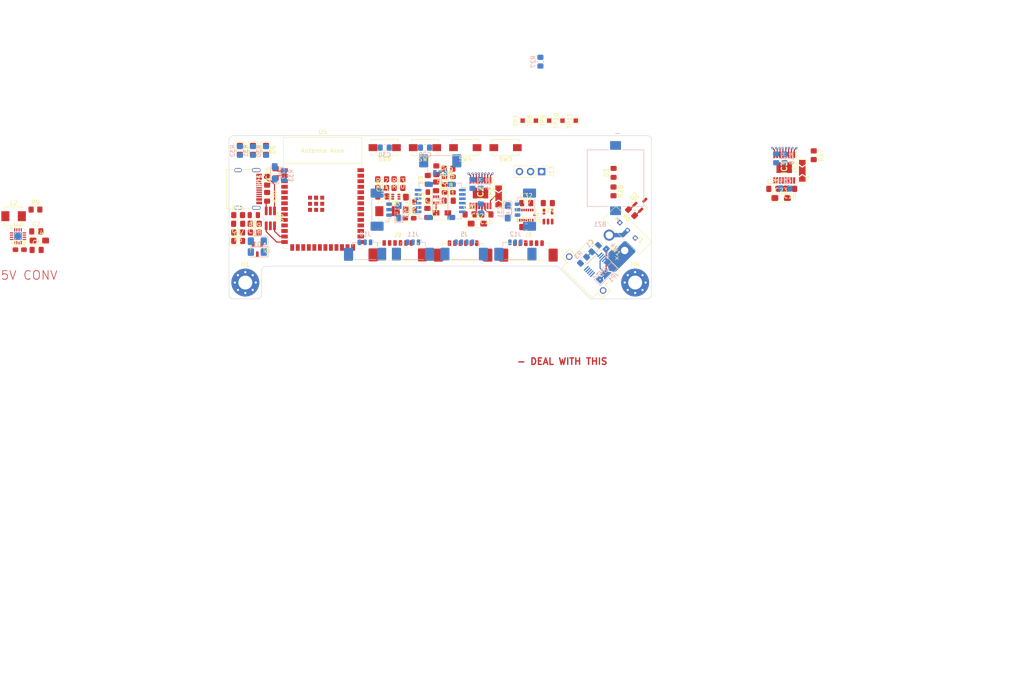
<source format=kicad_pcb>
(kicad_pcb (version 20241229) (generator "pcbnew") (generator_version "9.0")
  (title_block (title "SUMEC MK IV PCB") (date "2024-08-30") (rev "v2.1.1") (company "SPŠ NA PROSEKU") (comment 2 "MADE BY BISMARX (SAVVA POPOV)"))
  (layers (0 "F.Cu" signal "Front.Cu") (4 "In1.Cu" power) (6 "In2.Cu" power) (2 "B.Cu" signal "Back.Cu") (13 "F.Paste" user) (15 "B.Paste" user) (5 "F.SilkS" user "F.Silkscreen") (7 "B.SilkS" user "B.Silkscreen") (1 "F.Mask" user "F.SolderMask") (3 "B.Mask" user "B.SolderMask") (25 "Edge.Cuts" user))
  (net 0 "")
  (net 1 "Net-(BZ1-+)")
  (net 2 "GND")
  (net 3 "+3V3")
  (net 4 "Net-(U2-SS{slash}TR)")
  (net 5 "+5V")
  (net 6 "+12V")
  (net 7 "VOUT_5V")
  (net 8 "Net-(U3-BST)")
  (net 9 "Net-(U3-SW)")
  (net 10 "Net-(IC2-CPL)")
  (net 11 "Net-(IC2-CPH)")
  (net 12 "Net-(IC2-VCP)")
  (net 13 "Net-(IC3-CPH)")
  (net 14 "Net-(IC3-CPL)")
  (net 15 "Net-(IC3-VCP)")
  (net 16 "/CONNECTIVITY/SHLD")
  (net 17 "VBUS_USB")
  (net 18 "EN")
  (net 19 "BOOT")
  (net 20 "+3.3V")
  (net 21 "Net-(D1-A)")
  (net 22 "Net-(D3-K)")
  (net 23 "Net-(D4-A)")
  (net 24 "LED_1")
  (net 25 "Net-(D5-K)")
  (net 26 "LED_2")
  (net 27 "Net-(D6-K)")
  (net 28 "LED_3")
  (net 29 "Net-(D7-K)")
  (net 30 "Net-(F1-Pad2)")
  (net 31 "Net-(IC1-SW)")
  (net 32 "FB")
  (net 33 "PH_R")
  (net 34 "MOTOR_R_2")
  (net 35 "nSLEEP")
  (net 36 "EN_R")
  (net 37 "nFAULT")
  (net 38 "Net-(IC2-IMODE)")
  (net 39 "Net-(IC2-IPROPI)")
  (net 40 "MOTOR_R_1")
  (net 41 "PMODE_1")
  (net 42 "Net-(IC3-IMODE)")
  (net 43 "PH_L")
  (net 44 "MOTOR_L_1")
  (net 45 "MOTOR_L_2")
  (net 46 "EN_L")
  (net 47 "PMODE_2")
  (net 48 "Net-(IC3-IPROPI)")
  (net 49 "VBATT")
  (net 50 "OUT_R_A")
  (net 51 "OUT_R_B")
  (net 52 "OUT_L_A")
  (net 53 "OUT_L_B")
  (net 54 "D_POS_IN")
  (net 56 "D_NEG_IN")
  (net 60 "QRE_R")
  (net 61 "QRE_L")
  (net 63 "SDA")
  (net 64 "SCL")
  (net 66 "Net-(J8-Pin_2)")
  (net 67 "QRE_BACK")
  (net 69 "POL_R")
  (net 70 "POL_M")
  (net 71 "POL_L")
  (net 72 "IR_MODULE")
  (net 73 "SHARP_L")
  (net 74 "SHARP_R")
  (net 75 "Net-(L2-Pad1)")
  (net 76 "Net-(Q2-G)")
  (net 77 "VBATT_SHUNT")
  (net 78 "VBUS_INA226")
  (net 79 "VOLTAGE_ALERT")
  (net 80 "Net-(U2-PG)")
  (net 81 "Net-(U3-EN)")
  (net 82 "Net-(U3-FB)")
  (net 83 "Net-(R25-Pad2)")
  (net 84 "Net-(R26-Pad2)")
  (net 85 "BZ1_PWM")
  (net 87 "BUTTON_IO_48")
  (net 88 "BUTTON_IO_47")
  (net 89 "OUT 2A")
  (net 90 "OUT 2B")
  (net 91 "IR MODULE")
  (net 126 "D-")
  (net 127 "D+")
  (net 128 "ACC_INT")
  (net 131 "GYR_INT")
  (footprint "Resistor_SMD:R_0805_2012Metric_Pad1.20x1.40mm_HandSolder" (layer "F.Cu") (at 174.666844 66.677154 135)
    (property "Reference" "R6")
    (property "Value" "10k")
  )
  (footprint "Capacitor_Tantalum_SMD:CP_EIA-2012-12_Kemet-R_Pad1.30x1.05mm_HandSolder" (layer "F.Cu") (at 34.2 75.2)
    (property "Reference" "C10")
    (property "Value" "22uF")
  )
  (footprint "Connector_PinHeader_2.54mm:PinHeader_1x03_P2.54mm_Vertical" (layer "F.Cu") (at 154.025 57.25 -90)
    (property "Reference" "J13")
    (property "Value" "Conn_01x03_Pin")
  )
  (footprint "sumec_brd:XT30PW-M" (layer "F.Cu") (at 164.25 80.693332 135)
    (property "Reference" "J1")
    (property "Value" "XT30PW-M")
  )
  (footprint "Capacitor_SMD:C_0805_2012Metric_Pad1.18x1.45mm_HandSolder" (layer "F.Cu") (at 141.35 67.104143 180)
    (property "Reference" "C16")
    (property "Value" "22nF")
  )
  (footprint "finca:PQFN50P450X300X100-16N" (layer "F.Cu") (at 150.5 67.25)
    (property "Reference" "U7")
    (property "Value" "BMI088")
  )
  (footprint "Resistor_SMD:R_0805_2012Metric_Pad1.20x1.40mm_HandSolder" (layer "F.Cu") (at 132.65 56.6 180)
    (property "Reference" "R35")
    (property "Value" "100R")
  )
  (footprint "LED_SMD:LED_0805_2012Metric_Pad1.15x1.40mm_HandSolder" (layer "F.Cu") (at 84.35 73.2)
    (property "Reference" "D4")
    (property "Value" "LED")
  )
  (footprint "Capacitor_SMD:C_0805_2012Metric_Pad1.18x1.45mm_HandSolder" (layer "F.Cu") (at 207.226 61.226)
    (property "Reference" "C21")
    (property "Value" "100nF")
  )
  (footprint "Package_TO_SOT_SMD:TSOT-23-6_HandSoldering" (layer "F.Cu") (at 91.75 68 -90)
    (property "Reference" "U6")
    (property "Value" "USBLC6-2SC6")
  )
  (footprint "Resistor_SMD:R_0805_2012Metric_Pad1.20x1.40mm_HandSolder" (layer "F.Cu") (at 129.85 56.95 -90)
    (property "Reference" "R34")
    (property "Value" "10k")
  )
  (footprint "Resistor_SMD:R_0805_2012Metric_Pad1.20x1.40mm_HandSolder" (layer "F.Cu") (at 37.815 65.98)
    (property "Reference" "R9")
    (property "Value" "100k")
  )
  (footprint "PCM_Espressif:ESP32-S3-WROOM-1" (layer "F.Cu") (at 103.75 65.19)
    (property "Reference" "U5")
    (property "Value" "ESP32-S3-WROOM-1")
  )
  (footprint "Resistor_SMD:R_0805_2012Metric_Pad1.20x1.40mm_HandSolder" (layer "F.Cu") (at 216.5 53.5 -90)
    (property "Reference" "R17")
    (property "Value" "10k")
  )
  (footprint "sumec_brd:Custom_SPDT_2.5_Switch" (layer "F.Cu") (at 173.75 70.75 45)
    (property "Reference" "SW1")
    (property "Value" "SW_DPDT_x2" (hide yes))
  )
  (footprint "TestPoint:TestPoint_Pad_1.0x1.0mm" (layer "F.Cu") (at 155.765 45.55 90)
    (property "Reference" "TP9")
    (property "Value" "TestPoint")
  )
  (footprint "Connector_Molex:Molex_PicoBlade_53398-0671_1x06-1MP_P1.25mm_Vertical" (layer "F.Cu") (at 121 74.9)
    (property "Reference" "J9")
    (property "Value" "Conn_01x06_Pin")
  )
  (footprint "Package_DFN_QFN:VQFN-16-1EP_3x3mm_P0.5mm_EP1.68x1.68mm_ThermalVias" (layer "F.Cu") (at 33.8 72.1)
    (property "Reference" "U2")
    (property "Value" "TPS62133")
  )
  (footprint "Package_TO_SOT_SMD:SOT-563" (layer "F.Cu") (at 129.8 63.75 90)
    (property "Reference" "IC1")
    (property "Value" "TPS565242DRLR")
  )
  (footprint "Resistor_SMD:R_0805_2012Metric_Pad1.20x1.40mm_HandSolder" (layer "F.Cu") (at 117.40775 61.022625)
    (property "Reference" "R12")
    (property "Value" "52.3k")
  )
  (footprint "sumec_brd:DRV8874" (layer "F.Cu") (at 140 62.204143 -90)
    (property "Reference" "IC2")
    (property "Value" "DRV8874PWPR" (hide yes))
  )
  (footprint "Capacitor_SMD:C_0805_2012Metric_Pad1.18x1.45mm_HandSolder" (layer "F.Cu") (at 84.35 69.25 180)
    (property "Reference" "C27")
    (property "Value" "100nF")
  )
  (footprint "Jumper:SolderJumper-3_P2.0mm_Open_TrianglePad1.0x1.5mm" (layer "F.Cu") (at 144.15 62.954143 90)
    (property "Reference" "JP2")
    (property "Value" "SolderJumper_3_Open")
  )
  (footprint "Capacitor_SMD:C_0805_2012Metric_Pad1.18x1.45mm_HandSolder" (layer "F.Cu") (at 155.45 64.5 180)
    (property "Reference" "C24")
    (property "Value" "100nF")
  )
  (footprint "Capacitor_SMD:C_0805_2012Metric_Pad1.18x1.45mm_HandSolder" (layer "F.Cu") (at 38.0875 75.25)
    (property "Reference" "C6")
    (property "Value" "100nF")
  )
  (footprint "Inductor_SMD:L_Vishay_IHLP-1212" (layer "F.Cu") (at 131.15 66.75)
    (property "Reference" "L1")
    (property "Value" "1.5uH")
  )
  (footprint "LED_SMD:LED_0805_2012Metric_Pad1.15x1.40mm_HandSolder" (layer "F.Cu") (at 87.75 52.25 -90)
    (property "Reference" "D6")
    (property "Value" "LED")
  )
  (footprint "Capacitor_SMD:C_0805_2012Metric_Pad1.18x1.45mm_HandSolder" (layer "F.Cu") (at 150.5 64.5)
    (property "Reference" "C32")
    (property "Value" "100nF")
  )
  (footprint "Connector_Molex:Molex_PicoBlade_53398-0671_1x06-1MP_P1.25mm_Vertical" (layer "F.Cu") (at 136 74.95)
    (property "Reference" "J7")
    (property "Value" "Conn_01x06_Pin")
  )
  (footprint "Resistor_SMD:R_0805_2012Metric_Pad1.20x1.40mm_HandSolder" (layer "F.Cu") (at 117.40775 59.022625 180)
    (property "Reference" "R11")
    (property "Value" "10k")
  )
  (footprint "Capacitor_SMD:C_0805_2012Metric_Pad1.18x1.45mm_HandSolder" (layer "F.Cu") (at 88.15 69.25 180)
    (property "Reference" "C28")
    (property "Value" "100nF")
  )
  (footprint "TestPoint:TestPoint_Pad_1.0x1.0mm" (layer "F.Cu") (at 149.665 45.55 90)
    (property "Reference" "TP7")
    (property "Value" "TestPoint")
  )
  (footprint "TestPoint:TestPoint_Pad_1.0x1.0mm" (layer "F.Cu") (at 158.815 45.55 90)
    (property "Reference" "TP10")
    (property "Value" "TestPoint")
  )
  (footprint "Resistor_SMD:R_0805_2012Metric_Pad1.20x1.40mm_HandSolder" (layer "F.Cu") (at 129.8 60.65 -90)
    (property "Reference" "R7")
    (property "Value" "45k")
  )
  (footprint "Package_TO_SOT_SMD:SOT-23-3" (layer "F.Cu") (at 176.916844 64.639654 45)
    (property "Reference" "Q2")
    (property "Value" "Q_PMOS")
  )
  (footprint "Inductor_SMD:L_Vishay_IHLP-1616" (layer "F.Cu") (at 32.8 67.5)
    (property "Reference" "L2")
    (property "Value" "2.2uH")
  )
  (footprint "Capacitor_SMD:C_0805_2012Metric_Pad1.18x1.45mm_HandSolder" (layer "F.Cu") (at 137.5 67.104143)
    (property "Reference" "C20")
    (property "Value" "100nF")
  )
  (footprint "Resistor_SMD:R_0805_2012Metric_Pad1.20x1.40mm_HandSolder" (layer "F.Cu") (at 121.15775 59.022625 180)
    (property "Reference" "R10")
    (property "Value" "15k")
  )
  (footprint "Package_TO_SOT_SMD:SOT-563" (layer "F.Cu") (at 120.55775 63.022625 180)
    (property "Reference" "U3")
    (property "Value" "AP62301Z6")
  )
  (footprint "Capacitor_Tantalum_SMD:CP_EIA-3216-18_Kemet-A_Pad1.58x1.35mm_HandSolder" (layer "F.Cu") (at 209.0135 63.326)
    (property "Reference" "C23")
    (property "Value" "10uF")
  )
  (footprint "sumec_brd:DRV8874" (layer "F.Cu") (at 209.725 56.35 -90)
    (property "Reference" "IC3")
    (property "Value" "DRV8874PWPR" (hide yes))
  )
  (footprint "Package_TO_SOT_SMD:SOT-23-3" (layer "F.Cu") (at 88.75 75.1125 -90)
    (property "Reference" "Q1")
    (property "Value" "Q_PMOS")
  )
  (footprint "Fuse:Fuse_0805_2012Metric" (layer "F.Cu") (at 87.95 67.25 180)
    (property "Reference" "F1")
    (property "Value" "Polyfuse/50R")
  )
  (footprint "Resistor_SMD:R_0805_2012Metric_Pad1.20x1.40mm_HandSolder" (layer "F.Cu") (at 84.35 67.25)
    (property "Reference" "R24")
    (property "Value" "100k")
  )
  (footprint "Package_TO_SOT_SMD:SOT-23-5" (layer "F.Cu") (at 155.5 67.6 90)
    (property "Reference" "U4")
    (property "Value" "24CW1280T-I/OT")
  )
  (footprint "Resistor_SMD:R_0805_2012Metric_Pad1.20x1.40mm_HandSolder" (layer "F.Cu") (at 121.15775 61.022625)
    (property "Reference" "R13")
    (property "Value" "10k")
  )
  (footprint "Capacitor_Tantalum_SMD:CP_EIA-2012-12_Kemet-R_Pad1.30x1.05mm_HandSolder" (layer "F.Cu") (at 123.68275 67.972625)
    (property "Reference" "C14")
    (property "Value" "22uF")
  )
  (footprint "LED_SMD:LED_0805_2012Metric_Pad1.15x1.40mm_HandSolder" (layer "F.Cu") (at 170.55 57.55 90)
    (property "Reference" "D3")
    (property "Value" "LED")
  )
  (footprint "Capacitor_SMD:C_0805_2012Metric_Pad1.18x1.45mm_HandSolder" (layer "F.Cu") (at 117.45775 62.972625)
    (property "Reference" "C13")
    (property "Value" "100nF")
  )
  (footprint "sumec_brd:SW_SPST_EVQPE1" (layer "F.Cu") (at 118 51.75 180)
    (property "Reference" "SW5")
    (property "Value" "SW_Push")
  )
  (footprint "Capacitor_SMD:C_0805_2012Metric_Pad1.18x1.45mm_HandSolder" (layer "F.Cu") (at 150.5 70)
    (property "Reference" "C34")
    (property "Value" "100nF")
  )
  (footprint "TestPoint:TestPoint_Pad_1.0x1.0mm" (layer "F.Cu") (at 152.715 45.55 90)
    (property "Reference" "TP8")
    (property "Value" "TestPoint")
  )
  (footprint "Capacitor_SMD:C_0805_2012Metric_Pad1.18x1.45mm_HandSolder" (layer "F.Cu") (at 127.8 66.75 -90)
    (property "Reference" "C5")
    (property "Value" "100nF")
  )
  (footprint "Capacitor_SMD:C_0805_2012Metric_Pad1.18x1.45mm_HandSolder" (layer "F.Cu") (at 38 71)
    (property "Reference" "C2")
    (property "Value" "3.3nF")
  )
  (footprint "sumec_brd:SW_SPST_EVQPE1" (layer "F.Cu") (at 127.25 51.75 180)
    (property "Reference" "SW2")
    (property "Value" "SW_Push")
  )
  (footprint "Resistor_SMD:R_0805_2012Metric_Pad1.20x1.40mm_HandSolder" (layer "F.Cu") (at 127.9 59.15 90)
    (property "Reference" "R8")
    (property "Value" "10k")
  )
  (footprint "Capacitor_Tantalum_SMD:CP_EIA-3216-18_Kemet-A_Pad1.58x1.35mm_HandSolder" (layer "F.Cu") (at 139.2875 69.204143)
    (property "Reference" "C22")
    (property "Value" "10uF")
  )
  (footprint "Resistor_SMD:R_0805_2012Metric_Pad1.20x1.40mm_HandSolder" (layer "F.Cu") (at 84.35 71.25 180)
    (property "Reference" "R5")
    (property "Value" "10k")
  )
  (footprint "LED_SMD:LED_0805_2012Metric_Pad1.15x1.40mm_HandSolder" (layer "F.Cu") (at 84.75 52.25 -90)
    (property "Reference" "D7")
    (property "Value" "LED")
  )
  (footprint "MountingHole:MountingHole_3.2mm_M3_Pad_Via" (layer "F.Cu") (at 86 82.75)
    (property "Reference" "H1")
    (property "Value" "Mounting Hole M3")
  )
  (footprint "MountingHole:MountingHole_3.2mm_M3_Pad_Via" (layer "F.Cu") (at 175.5 82.75)
    (property "Reference" "H4")
    (property "Value" "Mounting Hole M3")
  )
  (footprint "Capacitor_Tantalum_SMD:CP_EIA-3216-18_Kemet-A_Pad1.58x1.35mm_HandSolder" (layer "F.Cu") (at 38.7 73.1)
    (property "Reference" "C4")
    (property "Value" "10uF")
  )
  (footprint "sumec_brd:HRO_TYPE-C-31-M-12" (layer "F.Cu") (at 84.3375 61.25 -90)
    (property "Reference" "J4")
    (property "Value" "USB_TypeC")
  )
  (footprint "Capacitor_SMD:C_0805_2012Metric_Pad1.18x1.45mm_HandSolder" (layer "F.Cu") (at 211.076 61.226 180)
    (property "Reference" "C18")
    (property "Value" "22nF")
  )
  (footprint "TestPoint:TestPoint_Pad_1.0x1.0mm" (layer "F.Cu") (at 161.865 45.55 90)
    (property "Reference" "TP11")
    (property "Value" "TestPoint")
  )
  (footprint "Resistor_SMD:R_0805_2012Metric_Pad1.20x1.40mm_HandSolder" (layer "F.Cu") (at 170.53 61.8 -90)
    (property "Reference" "R28")
    (property "Value" "1000k")
  )
  (footprint "Capacitor_Tantalum_SMD:CP_EIA-2012-12_Kemet-R_Pad1.30x1.05mm_HandSolder" (layer "F.Cu") (at 132.7 58.45)
    (property "Reference" "C9")
    (property "Value" "22uF")
  )
  (footprint "LED_SMD:LED_0805_2012Metric_Pad1.15x1.40mm_HandSolder" (layer "F.Cu") (at 90.75 52.25 -90)
    (property "Reference" "D5")
    (property "Value" "LED")
  )
  (footprint "Capacitor_Tantalum_SMD:CP_EIA-2012-12_Kemet-R_Pad1.30x1.05mm_HandSolder" (layer "F.Cu") (at 132.7 60.25)
    (property "Reference" "C7")
    (property "Value" "22uF")
  )
  (footprint "Inductor_SMD:L_Vishay_IHLP-1616" (layer "F.Cu") (at 118.65775 66.35)
    (property "Reference" "L3")
    (property "Value" "3.3uH")
  )
  (footprint "Jumper:SolderJumper-3_P2.0mm_Open_TrianglePad1.0x1.5mm" (layer "F.Cu") (at 213.876 57.076 90)
    (property "Reference" "JP3")
    (property "Value" "SolderJumper_3_Open")
  )
  (footprint "Resistor_SMD:R_0805_2012Metric_Pad1.20x1.40mm_HandSolder" (layer "F.Cu") (at 91 59.35 90)
    (property "Reference" "R25")
    (property "Value" "15R")
  )
  (footprint "Capacitor_Tantalum_SMD:CP_EIA-3216-18_Kemet-A_Pad1.58x1.35mm_HandSolder" (layer "F.Cu") (at 122.85775 64.572625 -90)
    (property "Reference" "C12")
    (property "Value" "10uF")
  )
  (footprint "sumec_brd:SW_SPST_EVQPE1" (layer "F.Cu") (at 136.5 51.75 180)
    (property "Reference" "SW4")
    (property "Value" "SW_Push")
  )
  (footprint "Resistor_SMD:R_0805_2012Metric_Pad1.20x1.40mm_HandSolder" (layer "F.Cu") (at 91 63.05 -90)
    (property "Reference" "R26")
    (property "Value" "15R")
  )
  (footprint "Connector_Molex:Molex_PicoBlade_53398-0671_1x06-1MP_P1.25mm_Vertical" (layer "F.Cu") (at 151 74.95)
    (property "Reference" "J6")
    (property "Value" "Conn_01x06_Pin")
  )
  (footprint "Capacitor_Tantalum_SMD:CP_EIA-2012-12_Kemet-R_Pad1.30x1.05mm_HandSolder" (layer "F.Cu") (at 124.85775 65.172625 90)
    (property "Reference" "C15")
    (property "Value" "22uF")
  )
  (footprint "Resistor_SMD:R_0805_2012Metric_Pad1.20x1.40mm_HandSolder" (layer "F.Cu") (at 88.15 71.25)
    (property "Reference" "R29")
    (property "Value" "220R")
  )
  (footprint "Capacitor_SMD:C_0805_2012Metric_Pad1.18x1.45mm_HandSolder" (layer "F.Cu") (at 92.95 57.65 90)
    (property "Reference" "C26")
    (property "Value" "100nF")
  )
  (footprint "Capacitor_SMD:C_0805_2012Metric_Pad1.18x1.45mm_HandSolder" (layer "F.Cu") (at 132.7 63.95)
    (property "Reference" "C11")
    (property "Value" "100nF")
  )
  (footprint "sumec_brd:SW_SPST_EVQPE1" (layer "F.Cu") (at 145.75 51.75 180)
    (property "Reference" "SW3")
    (property "Value" "SW_Push")
  )
  (footprint "Capacitor_Tantalum_SMD:CP_EIA-2012-12_Kemet-R_Pad1.30x1.05mm_HandSolder" (layer "F.Cu") (at 132.7 62.05)
    (property "Reference" "C8")
    (property "Value" "22uF")
  )
  (footprint "Capacitor_Tantalum_SMD:CP_EIA-2012-12_Kemet-R_Pad1.30x1.05mm_HandSolder" (layer "F.Cu") (at 127.9 62.95 90)
    (property "Reference" "C3")
    (property "Value" "22uF")
  )
  (footprint "Diode_SMD:D_1206_3216Metric_Pad1.42x1.75mm_HandSolder" (layer "B.Cu") (at 88.75 75.75 180)
    (property "Reference" "D1")
    (property "Value" "D_Schottky")
  )
  (footprint "Capacitor_Tantalum_SMD:CP_EIA-3216-18_Kemet-A_Pad1.58x1.35mm_HandSolder" (layer "B.Cu") (at 92.75 57.55 90)
    (property "Reference" "C25")
    (property "Value" "10uF")
  )
  (footprint "Capacitor_SMD:C_0805_2012Metric_Pad1.18x1.45mm_HandSolder" (layer "B.Cu") (at 209.976 61.126 180)
    (property "Reference" "C19")
    (property "Value" "100nF")
  )
  (footprint "Connector_Molex:Molex_PicoBlade_53398-0471_1x04-1MP_P1.25mm_Vertical" (layer "B.Cu") (at 136.25 74.75 180)
    (property "Reference" "J5")
    (property "Value" "Conn_01x04_Pin")
  )
  (footprint "Resistor_SMD:R_0805_2012Metric_Pad1.20x1.40mm_HandSolder" (layer "B.Cu") (at 169.55 75.75 135)
    (property "Reference" "R4")
    (property "Value" "2m")
  )
  (footprint "Resistor_SMD:R_0805_2012Metric_Pad1.20x1.40mm_HandSolder" (layer "B.Cu") (at 140.05 60.104143 90)
    (property "Reference" "R15")
    (property "Value" "0R/R-Ipropi")
  )
  (footprint "Package_SO:VSSOP-10_3x3mm_P0.5mm" (layer "B.Cu") (at 166.55 78.65 45)
    (property "Reference" "U1")
    (property "Value" "INA226")
  )
  (footprint "Resistor_SMD:R_0805_2012Metric_Pad1.20x1.40mm_HandSolder" (layer "B.Cu") (at 138.15 60.104143 90)
    (property "Reference" "R16")
    (property "Value" "0R/R-Imode")
  )
  (footprint "Connector_Molex:Molex_PicoBlade_53398-0371_1x03-1MP_P1.25mm_Vertical" (layer "B.Cu") (at 130.75 56.3)
    (property "Reference" "J8")
    (property "Value" "Conn_01x03_Pin")
  )
  (footprint "Resistor_SMD:R_0805_2012Metric_Pad1.20x1.40mm_HandSolder" (layer "B.Cu") (at 87.75 52.5 -90)
    (property "Reference" "R31")
    (property "Value" "220R")
  )
  (footprint "Resistor_SMD:R_0805_2012Metric_Pad1.20x1.40mm_HandSolder" (layer "B.Cu") (at 209.776 54.226 90)
    (property "Reference" "R18")
    (property "Value" "0R/R-Ipropi")
  )
  (footprint "Jumper:SolderJumper-3_P2.0mm_Open_TrianglePad1.0x1.5mm" (layer "B.Cu") (at 168.75 80.75 45)
    (property "Reference" "JP1")
    (property "Value" "SolderJumper_3_Open")
  )
  (footprint "Capacitor_Tantalum_SMD:CP_EIA-3216-18_Kemet-A_Pad1.58x1.35mm_HandSolder" (layer "B.Cu") (at 146.25 66.5 -90)
    (property "Reference" "C31")
    (property "Value" "10uF")
  )
  (footprint "Schrack_brd:BUZZER_CUI_CPT" (layer "B.Cu") (at 171 58.75)
    (property "Reference" "BZ1")
    (property "Value" "Buzzer")
  )
  (footprint "Resistor_SMD:R_0805_2012Metric_Pad1.20x1.40mm_HandSolder" (layer "B.Cu") (at 153.75 32 -90)
    (property "Reference" "R27")
    (property "Value" "0R")
  )
  (footprint "Connector_Molex:Molex_PicoBlade_53398-0371_1x03-1MP_P1.25mm_Vertical" (layer "B.Cu") (at 148 74.75 180)
    (property "Reference" "J12")
    (property "Value" "Conn_01x03_Pin")
  )
  (footprint "Diode_SMD:D_1206_3216Metric_Pad1.42x1.75mm_HandSolder" (layer "B.Cu") (at 88.75 73.25 180)
    (property "Reference" "D2")
    (property "Value" "D_Schottky")
  )
  (footprint "Resistor_SMD:R_0805_2012Metric_Pad1.20x1.40mm_HandSolder" (layer "B.Cu") (at 207.876 54.226 90)
    (property "Reference" "R19")
    (property "Value" "0R/R-Imode")
  )
  (footprint "Connector_Molex:Molex_PicoBlade_53398-0371_1x03-1MP_P1.25mm_Vertical" (layer "B.Cu") (at 117.75 66 90)
    (property "Reference" "J14")
    (property "Value" "Conn_01x03_Pin")
  )
  (footprint "Resistor_SMD:R_0805_2012Metric_Pad1.20x1.40mm_HandSolder" (layer "B.Cu") (at 90.75 52.5 -90)
    (property "Reference" "R30")
    (property "Value" "220R")
  )
  (footprint "Capacitor_SMD:C_0805_2012Metric_Pad1.18x1.45mm_HandSolder" (layer "B.Cu") (at 127.25 51.75)
    (property "Reference" "C29")
    (property "Value" "100nF")
  )
  (footprint "Connector_JST:JST_SH_BM06B-SRSS-TB_1x06-1MP_P1.00mm_Vertical" (layer "B.Cu") (at 134.5 64 -90)
    (property "Reference" "J2")
    (property "Value" "Conn_01x06_Socket")
  )
  (footprint "Capacitor_Tantalum_SMD:CP_EIA-3216-18_Kemet-A_Pad1.58x1.35mm_HandSolder" (layer "B.Cu") (at 121.25 66.5 90)
    (property "Reference" "C33")
    (property "Value" "10uF")
  )
  (footprint "Resistor_SMD:R_0805_2012Metric_Pad1.20x1.40mm_HandSolder" (layer "B.Cu") (at 84.75 52.5 -90)
    (property "Reference" "R32")
    (property "Value" "220R")
  )
  (footprint "Capacitor_SMD:C_0805_2012Metric_Pad1.18x1.45mm_HandSolder" (layer "B.Cu") (at 166.3 74.95 -135)
    (property "Reference" "C1")
    (property "Value" "100nF")
  )
  (footprint "Capacitor_SMD:C_0805_2012Metric_Pad1.18x1.45mm_HandSolder" (layer "B.Cu") (at 118 51.75)
    (property "Reference" "C30")
    (property "Value" "100nF")
  )
  (footprint "Connector_Molex:Molex_PicoBlade_53398-0371_1x03-1MP_P1.25mm_Vertical" (layer "B.Cu") (at 113.5 74.75 180)
    (property "Reference" "J10")
    (property "Value" "Conn_01x03_Pin")
  )
  (footprint "Capacitor_SMD:C_0805_2012Metric_Pad1.18x1.45mm_HandSolder" (layer "B.Cu") (at 140.05 65.75 -90)
    (property "Reference" "C17")
    (property "Value" "100nF")
  )
  (footprint "Resistor_SMD:R_0805_2012Metric_Pad1.20x1.40mm_HandSolder" (layer "B.Cu") (at 163.65 77.6 -135)
    (property "Reference" "R3")
    (property "Value" "10k")
  )
  (footprint "Connector_Molex:Molex_PicoBlade_53398-0371_1x03-1MP_P1.25mm_Vertical" (layer "B.Cu") (at 149.75 66 -90)
    (property "Reference" "J15")
    (property "Value" "Conn_01x03_Pin")
  )
  (footprint "Connector_JST:JST_SH_BM06B-SRSS-TB_1x06-1MP_P1.00mm_Vertical" (layer "B.Cu") (at 127 64 90)
    (property "Reference" "J3")
    (property "Value" "Conn_01x06_Socket")
  )
  (footprint "Resistor_SMD:R_0805_2012Metric_Pad1.20x1.40mm_HandSolder" (layer "B.Cu") (at 94.85 58.15 90)
    (property "Reference" "R33")
    (property "Value" "10k")
  )
  (footprint "Connector_Molex:Molex_PicoBlade_53398-0371_1x03-1MP_P1.25mm_Vertical" (layer "B.Cu") (at 124.5 74.75 180)
    (property "Reference" "J11")
    (property "Value" "Conn_01x03_Pin")
  )
  (gr_line (start 89.75 80) (end 89.75 85.5) (stroke (width 0.1)) (layer "Edge.Cuts"))
  (gr_arc (start 178.25 49) (mid 178.957107 49.292893) (end 179.25 50) (stroke (width 0.1)) (layer "Edge.Cuts"))
  (gr_line (start 88.75 86.5) (end 83.25 86.5) (stroke (width 0.1)) (layer "Edge.Cuts"))
  (gr_line (start 82.25 85.5) (end 82.25 79) (stroke (width 0.1)) (layer "Edge.Cuts"))
  (gr_arc (start 179.25 85.5) (mid 178.957107 86.207107) (end 178.25 86.5) (stroke (width 0.1)) (layer "Edge.Cuts"))
  (gr_arc (start 89.75 85.5) (mid 89.457107 86.207107) (end 88.75 86.5) (stroke (width 0.1)) (layer "Edge.Cuts"))
  (gr_arc (start 83.25 86.5) (mid 82.542893 86.207107) (end 82.25 85.5) (stroke (width 0.1)) (layer "Edge.Cuts"))
  (gr_line (start 178.25 49) (end 83.25 49) (stroke (width 0.1)) (layer "Edge.Cuts"))
  (gr_line (start 179.25 75.25) (end 179.25 85.5) (stroke (width 0.1)) (layer "Edge.Cuts"))
  (gr_arc (start 82.25 50) (mid 82.542893 49.292893) (end 83.25 49) (stroke (width 0.1)) (layer "Edge.Cuts"))
  (gr_arc (start 89.75 80) (mid 90.042893 79.292893) (end 90.75 79) (stroke (width 0.1)) (layer "Edge.Cuts"))
  (gr_line (start 90.75 79) (end 157.75 79) (stroke (width 0.1)) (layer "Edge.Cuts"))
  (gr_line (start 165.25 86.5) (end 157.75 79) (stroke (width 0.1)) (layer "Edge.Cuts"))
  (gr_line (start 82.25 50) (end 82.25 79) (stroke (width 0.1)) (layer "Edge.Cuts"))
  (gr_line (start 178.25 86.5) (end 165.25 86.5) (stroke (width 0.1)) (layer "Edge.Cuts"))
  (gr_line (start 179.25 75.25) (end 179.25 50) (stroke (width 0.1)) (layer "Edge.Cuts"))
  (gr_text "- DEAL WITH THIS" (at 148.25 101.75 0) (layer "F.Cu") (effects (font (size 1.5 1.5) (thickness 0.3) (bold yes)) (justify left bottom)))
  (gr_text "5V CONV" (at 29.75 82.25 0) (layer "F.Cu") (effects (font (size 2 2)) (justify left bottom)))
  (segment (start 94.78 57.15) (end 93.4875 57.15) (width 0.25) (layer "F.Cu") (net 2))
  (segment (start 93.4875 57.15) (end 92.95 56.6125) (width 0.25) (layer "F.Cu") (net 2))
  (segment (start 95 56.93) (end 94.78 57.15) (width 0.25) (layer "F.Cu") (net 2))
  (segment (start 172.645503 71.854497) (end 173.75 70.75) (width 1) (layer "B.Cu") (net 2))
  (segment (start 169.553301 71.854497) (end 172.645503 71.854497) (width 1) (layer "B.Cu") (net 2))
  (segment (start 139.675 59.266143) (end 139.675 57.77914) (width 0.25) (layer "F.Cu") (net 3))
  (segment (start 209.425 51.924997) (end 209.350003 51.85) (width 0.25) (layer "F.Cu") (net 3))
  (segment (start 139.675 57.77914) (end 139.600003 57.704143) (width 0.25) (layer "F.Cu") (net 3))
  (segment (start 209.425 53.412) (end 209.425 51.924997) (width 0.25) (layer "F.Cu") (net 3))
  (segment (start 95 58.2) (end 93.4375 58.2) (width 0.25) (layer "F.Cu") (net 3))
  (segment (start 93.4375 58.2) (end 92.95 58.6875) (width 0.25) (layer "F.Cu") (net 3))
  (via (at 139.600003 57.704143) (size 0.5) (drill 0.2) (layers "F.Cu" "B.Cu") (net 3))
  (via (at 209.350003 51.85) (size 0.5) (drill 0.2) (layers "F.Cu" "B.Cu") (net 3))
  (segment (start 167.117893 76.667893) (end 166.107107 75.657107) (width 0.25) (layer "B.Cu") (net 3))
  (segment (start 167.398528 76.387258) (end 167.117893 76.667893) (width 0.25) (layer "B.Cu") (net 3))
  (segment (start 165.592893 75.657107) (end 164.383623 76.866377) (width 0.25) (layer "B.Cu") (net 3))
  (segment (start 164.383623 76.866377) (end 164.383623 76.916377) (width 0.25) (layer "B.Cu") (net 3))
  (segment (start 166.107107 75.657107) (end 165.592893 75.657107) (width 0.25) (layer "B.Cu") (net 3))
  (segment (start 139.025 65.142143) (end 139.025 66.616643) (width 0.25) (layer "F.Cu") (net 6))
  (segment (start 139.025 66.616643) (end 138.5375 67.104143) (width 0.25) (layer "F.Cu") (net 6))
  (segment (start 141.074 65.241143) (end 140.975 65.142143) (width 0.25) (layer "F.Cu") (net 10))
  (segment (start 142.0875 67.104143) (end 142.0875 66.504143) (width 0.25) (layer "F.Cu") (net 10))
  (segment (start 142.0875 66.504143) (end 141.5 66.504143) (width 0.25) (layer "F.Cu") (net 10))
  (segment (start 141.074 66.078143) (end 141.074 65.241143) (width 0.25) (layer "F.Cu") (net 10))
  (segment (start 141.5 66.504143) (end 141.074 66.078143) (width 0.25) (layer "F.Cu") (net 10))
  (segment (start 140.325 66.391643) (end 140.325 65.142143) (width 0.25) (layer "F.Cu") (net 11))
  (segment (start 139.675 64.25) (end 139.678824 64.246176) (width 0.25) (layer "F.Cu") (net 12))
  (segment (start 139.675 65.142143) (end 139.675 64.25) (width 0.25) (layer "F.Cu") (net 12))
  (via (at 139.678824 64.246176) (size 0.5) (drill 0.2) (layers "F.Cu" "B.Cu") (net 12))
  (segment (start 89.1875 69.25) (end 88.85 69.5875) (width 0.25) (layer "F.Cu") (net 17))
  (segment (start 129.8 66.75) (end 129.8 64.4625) (width 0.25) (layer "F.Cu") (net 31))
  (segment (start 141.625 57.979143) (end 141.9 57.704143) (width 0.25) (layer "F.Cu") (net 33))
  (segment (start 141.625 59.266143) (end 141.625 57.979143) (width 0.25) (layer "F.Cu") (net 33))
  (via (at 141.9 57.704143) (size 0.5) (drill 0.2) (layers "F.Cu" "B.Cu") (net 33))
  (segment (start 210.725 51.975) (end 210.85 51.85) (width 0.25) (layer "F.Cu") (net 35))
  (segment (start 210.725 53.412) (end 210.725 51.975) (width 0.25) (layer "F.Cu") (net 35))
  (segment (start 140.975 59.266143) (end 140.975 57.829143) (width 0.25) (layer "F.Cu") (net 35))
  (segment (start 140.975 57.829143) (end 141.1 57.704143) (width 0.25) (layer "F.Cu") (net 35))
  (via (at 210.85 51.85) (size 0.5) (drill 0.2) (layers "F.Cu" "B.Cu") (net 35))
  (via (at 141.1 57.704143) (size 0.5) (drill 0.2) (layers "F.Cu" "B.Cu") (net 35))
  (segment (start 142.275 59.266143) (end 142.275 58.179143) (width 0.25) (layer "F.Cu") (net 36))
  (segment (start 142.275 58.179143) (end 142.75 57.704143) (width 0.25) (layer "F.Cu") (net 36))
  (via (at 142.75 57.704143) (size 0.5) (drill 0.2) (layers "F.Cu" "B.Cu") (net 36))
  (segment (start 140.325 59.266143) (end 140.325 57.779143) (width 0.25) (layer "F.Cu") (net 37))
  (segment (start 140.325 57.779143) (end 140.4 57.704143) (width 0.25) (layer "F.Cu") (net 37))
  (segment (start 210.075 53.412) (end 210.075 51.925) (width 0.25) (layer "F.Cu") (net 37))
  (segment (start 210.075 51.925) (end 210.15 51.85) (width 0.25) (layer "F.Cu") (net 37))
  (via (at 140.4 57.704143) (size 0.5) (drill 0.2) (layers "F.Cu" "B.Cu") (net 37))
  (via (at 210.15 51.85) (size 0.5) (drill 0.2) (layers "F.Cu" "B.Cu") (net 37))
  (segment (start 138.15 57.704143) (end 138.375 57.929143) (width 0.25) (layer "F.Cu") (net 38))
  (segment (start 138.375 59.266143) (end 138.4 59.241143) (width 0.25) (layer "F.Cu") (net 38))
  (segment (start 138.375 57.929143) (end 138.375 59.266143) (width 0.25) (layer "F.Cu") (net 38))
  (via (at 138.15 57.704143) (size 0.5) (drill 0.2) (layers "F.Cu" "B.Cu") (net 38))
  (segment (start 139.025 57.829143) (end 139.025 59.266143) (width 0.25) (layer "F.Cu") (net 39))
  (segment (start 138.9 57.704143) (end 139.025 57.829143) (width 0.25) (layer "F.Cu") (net 39))
  (segment (start 138.89465 57.682993) (end 138.9 57.688343) (width 0.25) (layer "F.Cu") (net 39))
  (segment (start 138.9 57.688343) (end 138.9 57.704143) (width 0.25) (layer "F.Cu") (net 39))
  (via (at 138.9 57.704143) (size 0.5) (drill 0.2) (layers "F.Cu" "B.Cu") (net 39))
  (segment (start 137.725 58.179143) (end 137.25 57.704143) (width 0.25) (layer "F.Cu") (net 40))
  (segment (start 137.725 59.266143) (end 137.725 58.179143) (width 0.25) (layer "F.Cu") (net 40))
  (via (at 137.25 57.704143) (size 0.5) (drill 0.2) (layers "F.Cu" "B.Cu") (net 40))
  (segment (start 142.275 65.142143) (end 142.275 63.929143) (width 0.25) (layer "F.Cu") (net 41))
  (segment (start 143.25 62.954143) (end 144.15 62.954143) (width 0.25) (layer "F.Cu") (net 41))
  (segment (start 142.275 63.929143) (end 143.25 62.954143) (width 0.25) (layer "F.Cu") (net 41))
  (segment (start 207.9 51.85) (end 208.125 52.075) (width 0.25) (layer "F.Cu") (net 42))
  (segment (start 208.125 52.075) (end 208.125 53.412) (width 0.25) (layer "F.Cu") (net 42))
  (via (at 207.9 51.85) (size 0.5) (drill 0.2) (layers "F.Cu" "B.Cu") (net 42))
  (segment (start 211.375 52.125) (end 211.65 51.85) (width 0.25) (layer "F.Cu") (net 43))
  (segment (start 211.375 53.412) (end 211.375 52.125) (width 0.25) (layer "F.Cu") (net 43))
  (via (at 211.65 51.85) (size 0.5) (drill 0.2) (layers "F.Cu" "B.Cu") (net 43))
  (segment (start 207.475 53.412) (end 207.475 52.325) (width 0.25) (layer "F.Cu") (net 44))
  (segment (start 207.475 52.325) (end 207 51.85) (width 0.25) (layer "F.Cu") (net 44))
  (via (at 207 51.85) (size 0.5) (drill 0.2) (layers "F.Cu" "B.Cu") (net 44))
  (segment (start 212.025 53.412) (end 212.025 52.325) (width 0.25) (layer "F.Cu") (net 46))
  (segment (start 212.025 52.325) (end 212.5 51.85) (width 0.25) (layer "F.Cu") (net 46))
  (via (at 212.5 51.85) (size 0.5) (drill 0.2) (layers "F.Cu" "B.Cu") (net 46))
  (segment (start 208.65 51.85) (end 208.775 51.975) (width 0.25) (layer "F.Cu") (net 48))
  (segment (start 208.775 51.975) (end 208.775 53.412) (width 0.25) (layer "F.Cu") (net 48))
  (segment (start 208.64465 51.82885) (end 208.65 51.8342) (width 0.25) (layer "F.Cu") (net 48))
  (segment (start 208.65 51.8342) (end 208.65 51.85) (width 0.25) (layer "F.Cu") (net 48))
  (via (at 208.65 51.85) (size 0.5) (drill 0.2) (layers "F.Cu" "B.Cu") (net 48))
  (segment (start 170.164214 79.335786) (end 170.164214 79.152944) (width 0.25) (layer "B.Cu") (net 49))
  (segment (start 170.157107 76.457107) (end 168.812742 77.801472) (width 0.25) (layer "B.Cu") (net 49))
  (segment (start 170.164214 79.152944) (end 168.812742 77.801472) (width 0.25) (layer "B.Cu") (net 49))
  (segment (start 174.242949 65.970047) (end 175.440759 64.772237) (width 0.25) (layer "F.Cu") (net 76))
  (segment (start 168.842893 80.657107) (end 167.45 82.05) (width 0.25) (layer "F.Cu") (net 77))
  (segment (start 175.373951 67.384261) (end 175.515739 67.384261) (width 0.25) (layer "F.Cu") (net 77))
  (segment (start 168.842893 75.042893) (end 168.842893 80.657107) (width 0.25) (layer "F.Cu") (net 77))
  (segment (start 175.515739 67.384261) (end 176.784261 66.115739) (width 0.25) (layer "F.Cu") (net 77))
  (via (at 167.45 82.05) (size 0.7) (drill 0.3) (layers "F.Cu" "B.Cu") (net 77))
  (via (at 168.842893 75.042893) (size 0.7) (drill 0.3) (layers "F.Cu" "B.Cu") (net 77))
  (segment (start 169.020757 76.886349) (end 168.459188 77.447918) (width 0.25) (layer "B.Cu") (net 77))
  (segment (start 168.842893 75.042893) (end 169.020757 75.220757) (width 0.25) (layer "B.Cu") (net 77))
  (segment (start 169.020757 75.220757) (end 169.020757 76.886349) (width 0.25) (layer "B.Cu") (net 77))
  (segment (start 168.75 80.75) (end 167.45 79.45) (width 0.25) (layer "B.Cu") (net 78))
  (segment (start 167.45 79.45) (end 167.45 77.75) (width 0.25) (layer "B.Cu") (net 78))
  (segment (start 167.45 77.75) (end 168.105635 77.094365) (width 0.25) (layer "B.Cu") (net 78))
  (segment (start 91.25 59.35) (end 91 59.1) (width 0.25) (layer "F.Cu") (net 83))
  (segment (start 92.7 66.29) (end 92.7 60.2) (width 0.25) (layer "F.Cu") (net 83))
  (segment (start 91 59.1) (end 91 58.35) (width 0.25) (layer "F.Cu") (net 83))
  (segment (start 92.7 60.2) (end 91.85 59.35) (width 0.25) (layer "F.Cu") (net 83))
  (segment (start 91.85 59.35) (end 91.25 59.35) (width 0.25) (layer "F.Cu") (net 83))
  (segment (start 90.8 66.29) (end 90.8 64.25) (width 0.25) (layer "F.Cu") (net 84))
  (segment (start 90.8 64.25) (end 91 64.05) (width 0.25) (layer "F.Cu") (net 84))
  (segment (start 93.92 72.17) (end 95 72.17) (width 0.25) (layer "F.Cu") (net 126))
  (segment (start 92.7 70.95) (end 93.92 72.17) (width 0.25) (layer "F.Cu") (net 126))
  (segment (start 92.7 69.71) (end 92.7 70.95) (width 0.25) (layer "F.Cu") (net 126))
  (segment (start 95 73.44) (end 93.19 73.44) (width 0.25) (layer "F.Cu") (net 127))
  (segment (start 90.8 71.05) (end 90.8 69.71) (width 0.25) (layer "F.Cu") (net 127))
  (segment (start 93.19 73.44) (end 90.8 71.05) (width 0.25) (layer "F.Cu") (net 127))
  (zone (net 49) (net_name "VBATT") (layer "B.Cu") (connect_pads yes (clearance 0.1)) (min_thickness 0.25) (fill yes (thermal_gap 0.5) (thermal_bridge_width 0.5))
    (polygon (pts (xy 172.95 73.25) (xy 170.95 75.25) (xy 170.05 75.25) (xy 169.35 75.95) (xy 169.35 77.05) (xy 168.35 78.05) (xy 168.35 78.25) (xy 170.35 80.25) (xy 171.05 80.25) (xy 175.55 75.75) (xy 175.55 75.25) (xy 173.55 73.25)))
  )
)
</source>
